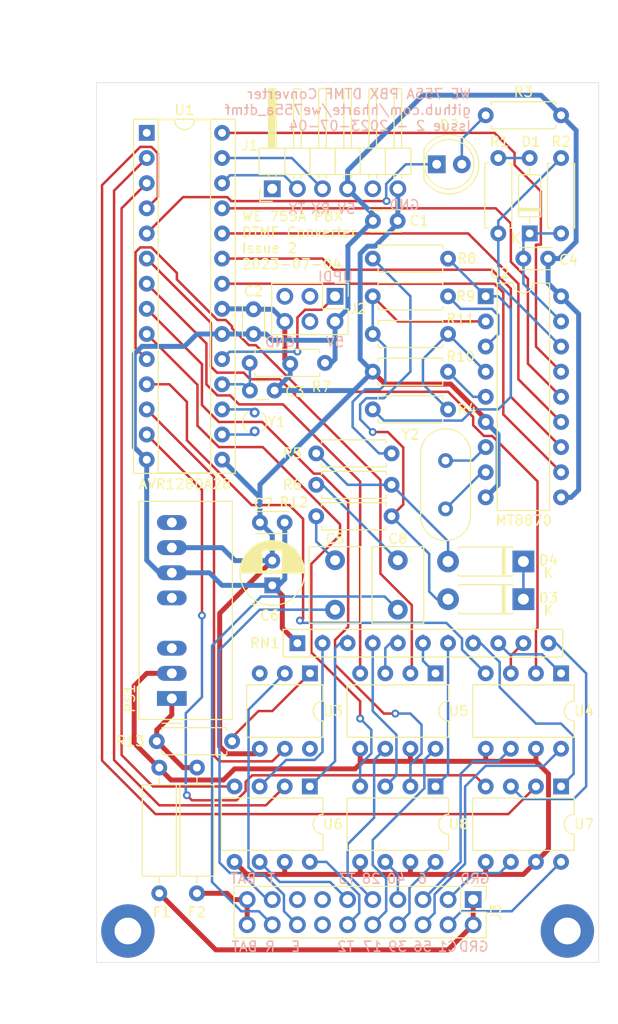
<source format=kicad_pcb>
(kicad_pcb (version 20240108) (generator "pcbnew") (generator_version "8.0")
  (title_block (title "WE 755A PBX DTMF Converter") (date "2023-07-04") (rev "2") (company "Howard M. Harte") (comment 1 "https://github.com/hharte/we755a_dtmf"))
  (layers (0 "F.Cu" signal) (31 "B.Cu" signal) (34 "B.Paste" user) (35 "F.Paste" user) (36 "B.SilkS" user "B.Silkscreen") (37 "F.SilkS" user "F.Silkscreen") (38 "B.Mask" user) (39 "F.Mask" user) (44 "Edge.Cuts" user))
  (net 0 "")
  (net 1 "GND")
  (net 2 "+5V")
  (net 3 "/TIP")
  (net 4 "/RING")
  (net 5 "/RESET#")
  (net 6 "/UPDI")
  (net 7 "/DTMF_StD")
  (net 8 "/DTMF_Q0")
  (net 9 "/DTMF_Q1")
  (net 10 "/DTMF_Q2")
  (net 11 "/DTMF_Q3")
  (net 12 "/TXD")
  (net 13 "/RXD")
  (net 14 "Net-(C8-Pad1)")
  (net 15 "Net-(C5-Pad1)")
  (net 16 "Net-(D3-K)")
  (net 17 "Net-(D1-K)")
  (net 19 "Net-(D1-A)")
  (net 21 "Net-(D2-A)")
  (net 22 "Net-(D3-A)")
  (net 23 "-BATT")
  (net 24 "/WE755A_B0")
  (net 25 "GNDPWR")
  (net 26 "/LINK_E")
  (net 27 "/LINK_T2")
  (net 28 "/LINK_T3")
  (net 29 "/LINK_1-7")
  (net 30 "/LINK_2-8")
  (net 31 "/LINK_3-9")
  (net 32 "/LINK_4-0")
  (net 33 "/LINK_5-6")
  (net 34 "/LINK_6")
  (net 35 "/LINK_C1")
  (net 36 "/LINK_SPARE")
  (net 37 "/WE755A_G0")
  (net 41 "Net-(U2-ESt)")
  (net 42 "Net-(U2-IN+)")
  (net 45 "Net-(U2-Vref)")
  (net 46 "Net-(U2-IN-)")
  (net 47 "Net-(U2-GS)")
  (net 48 "Net-(U2-INH)")
  (net 49 "Net-(R13-Pad2)")
  (net 51 "Net-(U1-PF0XTAL32K1)")
  (net 52 "Net-(RN1-R1)")
  (net 53 "Net-(RN1-R2)")
  (net 54 "Net-(RN1-R3)")
  (net 55 "Net-(RN1-R4)")
  (net 56 "Net-(RN1-R5)")
  (net 57 "Net-(RN1-R6)")
  (net 58 "Net-(RN1-R7)")
  (net 59 "Net-(RN1-R8)")
  (net 60 "Net-(RN1-R9)")
  (net 61 "Net-(U1-PF1XTAL32K2)")
  (net 62 "Net-(U2-OSC1)")
  (net 65 "/~{R_SPARE}")
  (net 66 "/~{D6}")
  (net 67 "/~{D5-6}")
  (net 68 "/~{D4-0}")
  (net 69 "/~{D3-9}")
  (net 70 "/~{D2-8}")
  (net 71 "/~{D1-7}")
  (net 72 "/~{STATUS_LED}")
  (net 73 "/~{C1}")
  (net 74 "/~{T3}")
  (net 75 "/~{T2}")
  (net 76 "Net-(U2-OSC2)")
  (net 77 "Net-(D4-A)")
  (net 78 "/~{LINK_ACTIVE}")
  (net 79 "Net-(RN1-R10)")
  (footprint "Package_DIP:DIP-6_W7.62mm" (layer "F.Cu") (at 54.61 82.55 -90)
    (property "Reference" "U3")
    (property "Value" "H11AA1")
  )
  (footprint "Resistor_THT:R_Axial_DIN0207_L6.3mm_D2.5mm_P7.62mm_Horizontal" (layer "F.Cu") (at 80.01 38.1 90)
    (property "Reference" "R2")
    (property "Value" "330K")
  )
  (footprint "Resistor_THT:R_Axial_DIN0207_L6.3mm_D2.5mm_P7.62mm_Horizontal" (layer "F.Cu") (at 73.66 30.48 -90)
    (property "Reference" "R1")
    (property "Value" "100K")
  )
  (footprint "Diode_THT:D_DO-35_SOD27_P7.62mm_Horizontal" (layer "F.Cu") (at 76.835 38.1 90)
    (property "Reference" "D1")
    (property "Value" "1N4148")
  )
  (footprint "Resistor_THT:R_Axial_DIN0309_L9.0mm_D3.2mm_P12.70mm_Horizontal" (layer "F.Cu") (at 43.18 92.075 -90)
    (property "Reference" "F2")
    (property "Value" "Fuse 630mA")
  )
  (footprint "Crystal:Crystal_HC49-U_Vertical" (layer "F.Cu") (at 68.326 61.05 -90)
    (property "Reference" "Y2")
    (property "Value" "3.579545MHZ")
  )
  (footprint "Converter_DCDC:Converter_DCDC_TRACO_TMR-xxxx_THT" (layer "F.Cu") (at 40.64 85.09 90)
    (property "Reference" "PS1")
    (property "Value" "SPBW06")
  )
  (footprint "Package_DIP:DIP-8_W7.62mm" (layer "F.Cu") (at 67.31 93.98 -90)
    (property "Reference" "U8")
    (property "Value" "LAA108")
  )
  (footprint "Resistor_THT:R_Axial_DIN0207_L6.3mm_D2.5mm_P7.62mm_Horizontal" (layer "F.Cu") (at 68.58 44.45 180)
    (property "Reference" "R9")
    (property "Value" "220K 1%")
  )
  (footprint "LED_THT:LED_D5.0mm" (layer "F.Cu") (at 67.432 31.115)
    (property "Reference" "D2")
    (property "Value" "LED")
  )
  (footprint "Resistor_THT:R_Axial_DIN0207_L6.3mm_D2.5mm_P7.62mm_Horizontal" (layer "F.Cu") (at 68.58 52.07 180)
    (property "Reference" "R10")
    (property "Value" "10K")
  )
  (footprint "Resistor_THT:R_Axial_DIN0207_L6.3mm_D2.5mm_P7.62mm_Horizontal" (layer "F.Cu") (at 62.865 66.675 180)
    (property "Reference" "R12")
    (property "Value" "110K 1%")
  )
  (footprint "Capacitor_THT:C_Disc_D3.0mm_W2.0mm_P2.50mm" (layer "F.Cu") (at 60.98 36.83)
    (property "Reference" "C1")
    (property "Value" "0.1uF")
  )
  (footprint "Resistor_THT:R_Axial_DIN0309_L9.0mm_D3.2mm_P12.70mm_Horizontal" (layer "F.Cu") (at 39.37 92.075 -90)
    (property "Reference" "F1")
    (property "Value" "Fuse 630mA")
  )
  (footprint "Crystal:Crystal_Round_D2.0mm_Vertical" (layer "F.Cu") (at 49.022 56.2 -90)
    (property "Reference" "Y1")
    (property "Value" "32.767KHz")
  )
  (footprint "Capacitor_THT:C_Disc_D7.5mm_W5.0mm_P5.00mm" (layer "F.Cu") (at 63.5 71.12 -90)
    (property "Reference" "C8")
    (property "Value" "0.01uF/630V")
  )
  (footprint "Package_DIP:DIP-8_W7.62mm" (layer "F.Cu") (at 67.31 82.55 -90)
    (property "Reference" "U5")
    (property "Value" "LAA108")
  )
  (footprint "Resistor_THT:R_Axial_DIN0207_L6.3mm_D2.5mm_P7.62mm_Horizontal" (layer "F.Cu") (at 68.58 40.64 180)
    (property "Reference" "R8")
    (property "Value" "110K 1%")
  )
  (footprint "Package_DIP:DIP-8_W7.62mm" (layer "F.Cu") (at 54.6 93.98 -90)
    (property "Reference" "U6")
    (property "Value" "LAA108")
  )
  (footprint "Capacitor_THT:C_Disc_D3.0mm_W1.6mm_P2.50mm" (layer "F.Cu") (at 48.534 53.975)
    (property "Reference" "C3")
    (property "Value" "0.01uF")
  )
  (footprint "Package_DIP:DIP-8_W7.62mm" (layer "F.Cu") (at 80.01 82.55 -90)
    (property "Reference" "U4")
    (property "Value" "LAA108")
  )
  (footprint "Resistor_THT:R_Axial_DIN0207_L6.3mm_D2.5mm_P7.62mm_Horizontal" (layer "F.Cu") (at 68.58 48.26 180)
    (property "Reference" "R11")
    (property "Value" "68.1K 1%")
  )
  (footprint "Connector_PinHeader_2.54mm:PinHeader_1x06_P2.54mm_Horizontal" (layer "F.Cu") (at 50.8 33.585 90)
    (property "Reference" "J1")
    (property "Value" "Conn_01x06_Male")
  )
  (footprint "Resistor_THT:R_Axial_DIN0207_L6.3mm_D2.5mm_P7.62mm_Horizontal" (layer "F.Cu") (at 72.39 26.162)
    (property "Reference" "R3")
    (property "Value" "220")
  )
  (footprint "Resistor_THT:R_Axial_DIN0207_L6.3mm_D2.5mm_P7.62mm_Horizontal" (layer "F.Cu") (at 62.865 60.325 180)
    (property "Reference" "R5")
    (property "Value" "110K 1%")
  )
  (footprint "Connector_PinHeader_2.54mm:PinHeader_2x10_P2.54mm_Vertical" (layer "F.Cu") (at 71.12 105.41 -90)
    (property "Reference" "J3")
    (property "Value" "Conn_02x10_Odd_Even")
  )
  (footprint "Capacitor_THT:CP_Radial_D6.3mm_P2.50mm" (layer "F.Cu") (at 50.8 73.66 90)
    (property "Reference" "C6")
    (property "Value" "10uF 25V")
  )
  (footprint "Resistor_THT:R_Axial_DIN0207_L6.3mm_D2.5mm_P7.62mm_Horizontal" (layer "F.Cu") (at 62.865 63.5 180)
    (property "Reference" "R6")
    (property "Value" "110K 1%")
  )
  (footprint "Resistor_THT:R_Axial_DIN0207_L6.3mm_D2.5mm_P7.62mm_Horizontal" (layer "F.Cu") (at 39.116 89.408)
    (property "Reference" "R13")
    (property "Value" "1.5K")
  )
  (footprint "Resistor_THT:R_Axial_DIN0207_L6.3mm_D2.5mm_P7.62mm_Horizontal" (layer "F.Cu") (at 56.134 51.181 180)
    (property "Reference" "R7")
    (property "Value" "4.7K")
  )
  (footprint "MountingHole:MountingHole_2.7mm_Pad" (layer "F.Cu") (at 36.195 108.585)
    (property "Reference" "H1" (hide yes))
    (property "Value" "MountingHole" (hide yes))
  )
  (footprint "Capacitor_THT:C_Disc_D3.0mm_W2.0mm_P2.50mm" (layer "F.Cu") (at 76.2 40.64)
    (property "Reference" "C4")
    (property "Value" "0.1uF")
  )
  (footprint "Package_DIP:DIP-8_W7.62mm" (layer "F.Cu") (at 80.01 93.98 -90)
    (property "Reference" "U7")
    (property "Value" "LAA108")
  )
  (footprint "MountingHole:MountingHole_2.7mm_Pad" (layer "F.Cu") (at 80.645 108.585)
    (property "Reference" "H2" (hide yes))
    (property "Value" "MountingHole")
  )
  (footprint "Diode_THT:D_DO-41_SOD81_P7.62mm_Horizontal" (layer "F.Cu") (at 76.2 71.247 180)
    (property "Reference" "D4")
    (property "Value" "1N4734A")
  )
  (footprint "Capacitor_THT:C_Disc_D7.5mm_W5.0mm_P5.00mm" (layer "F.Cu") (at 57.15 71.12 -90)
    (property "Reference" "C5")
    (property "Value" "0.01uF/630V")
  )
  (footprint "Package_DIP:DIP-18_W7.62mm" (layer "F.Cu") (at 72.39 44.45)
    (property "Reference" "U2")
    (property "Value" "MT8870")
  )
  (footprint "Resistor_THT:R_Array_SIP11" (layer "F.Cu") (at 53.34 79.502)
    (property "Reference" "RN1")
    (property "Value" "R_Network10_US")
  )
  (footprint "Connector_PinHeader_2.54mm:PinHeader_2x03_P2.54mm_Vertical" (layer "F.Cu") (at 57.15 44.45 -90)
    (property "Reference" "J2")
    (property "Value" "UPDI")
  )
  (footprint "Resistor_THT:R_Axial_DIN0207_L6.3mm_D2.5mm_P7.62mm_Horizontal" (layer "F.Cu") (at 60.96 55.88)
    (property "Reference" "R4")
    (property "Value" "52.3K 1%")
  )
  (footprint "Capacitor_THT:C_Disc_D3.0mm_W2.0mm_P2.50mm" (layer "F.Cu") (at 48.895 48.26 90)
    (property "Reference" "C2")
    (property "Value" "0.1uF")
  )
  (footprint "Package_DIP:DIP-28_W7.62mm_Socket" (layer "F.Cu") (at 38.1 27.94)
    (property "Reference" "U1")
    (property "Value" "AVR128DA28-I/SS")
  )
  (footprint "Capacitor_THT:C_Disc_D3.0mm_W2.0mm_P2.50mm" (layer "F.Cu") (at 52.05 67.31 180)
    (property "Reference" "C7")
    (property "Value" "0.1uF")
  )
  (footprint "Diode_THT:D_DO-41_SOD81_P7.62mm_Horizontal" (layer "F.Cu") (at 76.2 75.057 180)
    (property "Reference" "D3")
    (property "Value" "1N4734A")
  )
  (gr_line (start 33.02 111.76) (end 33.02 22.86) (stroke (width 0.05)) (layer "Edge.Cuts"))
  (gr_line (start 33.02 22.86) (end 83.82 22.86) (stroke (width 0.05)) (layer "Edge.Cuts"))
  (gr_line (start 83.82 22.86) (end 83.82 111.76) (stroke (width 0.05)) (layer "Edge.Cuts"))
  (gr_line (start 83.82 111.76) (end 33.02 111.76) (stroke (width 0.05)) (layer "Edge.Cuts"))
  (gr_text "TX" (at 54.229 36.195 0) (layer "B.SilkS") (effects (font (size 1 1)) (justify left bottom mirror)))
  (gr_text "RX" (at 56.769 36.195 0) (layer "B.SilkS") (effects (font (size 1 1)) (justify left bottom mirror)))
  (gr_text "BAT" (at 49.403 110.744 0) (layer "B.SilkS") (effects (font (size 1 1)) (justify left bottom mirror)))
  (gr_text "T" (at 51.181 103.886 0) (layer "B.SilkS") (effects (font (size 1 1)) (justify left bottom mirror)))
  (gr_text "5V" (at 59.309 36.195 0) (layer "B.SilkS") (effects (font (size 1 1)) (justify left bottom mirror)))
  (gr_text "BAT" (at 49.276 103.886 0) (layer "B.SilkS") (effects (font (size 1 1)) (justify left bottom mirror)))
  (gr_text "T2" (at 59.182 110.744 0) (layer "B.SilkS") (effects (font (size 1 1)) (justify left bottom mirror)))
  (gr_text "5V" (at 58.166 49.657 0) (layer "B.SilkS") (effects (font (size 1 1)) (justify left bottom mirror)))
  (gr_text "GRD" (at 72.898 103.886 0) (layer "B.SilkS") (effects (font (size 1 1)) (justify left bottom mirror)))
  (gr_text "T3" (at 59.309 103.886 0) (layer "B.SilkS") (effects (font (size 1 1)) (justify left bottom mirror)))
  (gr_text "GND" (at 53.213 49.657 0) (layer "B.SilkS") (effects (font (size 1 1)) (justify left bottom mirror)))
  (gr_text "17" (at 61.976 110.744 0) (layer "B.SilkS") (effects (font (size 1 1)) (justify left bottom mirror)))
  (gr_text "WE 755A PBX DTMF Converter\ngithub.com/hharte/we755a_dtmf\nIssue 2 - 2023-07-04" (at 70.993 27.813 0) (layer "B.SilkS") (effects (font (size 1 1)) (justify left bottom mirror)))
  (gr_text "E" (at 53.721 110.744 0) (layer "B.SilkS") (effects (font (size 1 1)) (justify left bottom mirror)))
  (gr_text "UPDI" (at 59.055 43.053 0) (layer "B.SilkS") (effects (font (size 1 1)) (justify left bottom mirror)))
  (gr_text "R" (at 51.181 110.744 0) (layer "B.SilkS") (effects (font (size 1 1)) (justify left bottom mirror)))
  (gr_text "GND" (at 65.786 35.814 0) (layer "B.SilkS") (effects (font (size 1 1)) (justify left bottom mirror)))
  (gr_text "56" (at 67.056 110.744 0) (layer "B.SilkS") (effects (font (size 1 1)) (justify left bottom mirror)))
  (gr_text "28" (at 61.849 103.886 0) (layer "B.SilkS") (effects (font (size 1 1)) (justify left bottom mirror)))
  (gr_text "39" (at 64.516 110.744 0) (layer "B.SilkS") (effects (font (size 1 1)) (justify left bottom mirror)))
  (gr_text "GRD" (at 72.771 110.744 0) (layer "B.SilkS") (effects (font (size 1 1)) (justify left bottom mirror)))
  (gr_text "C1" (at 69.596 110.744 0) (layer "B.SilkS") (effects (font (size 1 1)) (justify left bottom mirror)))
  (gr_text "40" (at 64.389 103.886 0) (layer "B.SilkS") (effects (font (size 1 1)) (justify left bottom mirror)))
  (gr_text "6" (at 66.548 103.886 0) (layer "B.SilkS") (effects (font (size 1 1)) (justify left bottom mirror)))
  (gr_text "AVR128DA28" (at 37.211 64.008 0) (layer "F.SilkS") (effects (font (size 1 1)) (justify left bottom)))
  (gr_text "MT8870" (at 73.279 67.691 0) (layer "F.SilkS") (effects (font (size 1 1)) (justify left bottom)))
  (gr_text "WE 755A PBX\nDTMF Converter\nIssue 2\n2023-07-04" (at 47.625 41.783 0) (layer "F.SilkS") (effects (font (size 1 1)) (justify left bottom)))
  (segment (start 45.4828 76.4772) (end 50.8 71.16) (width 0.5) (layer "F.Cu") (net 1))
  (segment (start 49.53 90.17) (end 49.022 90.678) (width 0.5) (layer "F.Cu") (net 1))
  (segment (start 52.07 50.8) (end 52.542595 51.272595) (width 0.5) (layer "F.Cu") (net 1))
  (segment (start 62.2132 53.3232) (end 60.96 52.07) (width 0.5) (layer "F.Cu") (net 1))
  (segment (start 72.39 57.15) (end 72.39 56.868151) (width 0.5) (layer "F.Cu") (net 1))
  (segment (start 46.233707 90.678) (end 45.4828 89.927093) (width 0.5) (layer "F.Cu") (net 1))
  (segment (start 52.542595 51.272595) (end 52.613405 51.272595) (width 0.5) (layer "F.Cu") (net 1))
  (segment (start 49.022 90.678) (end 46.233707 90.678) (width 0.5) (layer "F.Cu") (net 1))
  (segment (start 52.07 50.8) (end 52.07 46.99) (width 0.5) (layer "F.Cu") (net 1))
  (segment (start 72.39 56.868151) (end 68.845049 53.3232) (width 0.5) (layer "F.Cu") (net 1))
  (segment (start 45.4828 89.927093) (end 45.4828 76.4772) (width 0.5) (layer "F.Cu") (net 1))
  (segment (start 68.845049 53.3232) (end 62.2132 53.3232) (width 0.5) (layer "F.Cu") (net 1))
  (via (at 52.613405 51.272595) (size 1.6) (drill 0.8) (layers "F.Cu" "B.Cu") (net 1))
  (segment (start 50.8 68.56) (end 49.55 67.31) (width 0.5) (layer "B.Cu") (net 1))
  (segment (start 49.55 63.48) (end 59.055 53.975) (width 0.5) (layer "B.Cu") (net 1))
  (segment (start 49.55 64.79) (end 45.72 60.96) (width 0.5) (layer "B.Cu") (net 1))
  (segment (start 48.895 45.76) (end 50.84 45.76) (width 0.5) (layer "B.Cu") (net 1))
  (segment (start 59.055 53.975) (end 51.034 53.975) (width 0.5) (layer "B.Cu") (net 1))
  (segment (start 73.6432 63.5168) (end 72.39 64.77) (width 0.5) (layer "B.Cu") (net 1))
  (segment (start 63.5 33.585) (end 63.5 36.81) (width 0.5) (layer "B.Cu") (net 1))
  (segment (start 52.613405 51.272595) (end 52.613405 52.395595) (width 0.5) (layer "B.Cu") (net 1))
  (segment (start 45.72 69.85) (end 47.03 71.16) (width 0.5) (layer "B.Cu") (net 1))
  (segment (start 63.5 36.81) (end 63.48 36.83) (width 0.5) (layer "B.Cu") (net 1))
  (segment (start 59.69 40.137707) (end 60.440907 39.3868) (width 0.5) (layer "B.Cu") (net 1))
  (segment (start 50.8 71.16) (end 50.8 68.56) (width 0.5) (layer "B.Cu") (net 1))
  (segment (start 40.64 69.85) (end 45.72 69.85) (width 0.5) (layer "B.Cu") (net 1))
  (segment (start 60.440907 39.3868) (end 61.1972 39.3868) (width 0.5) (layer "B.Cu") (net 1))
  (segment (start 50.84 45.76) (end 52.07 46.99) (width 0.5) (layer "B.Cu") (net 1))
  (segment (start 48.855 45.72) (end 48.895 45.76) (width 0.5) (layer "B.Cu") (net 1))
  (segment (start 60.96 52.07) (end 59.69 50.8) (width 0.5) (layer "B.Cu") (net 1))
  (segment (start 60.96 52.07) (end 59.055 53.975) (width 0.5) (layer "B.Cu") (net 1))
  (segment (start 52.613405 52.395595) (end 51.034 53.975) (width 0.5) (layer "B.Cu") (net 1))
  (segment (start 49.55 67.31) (end 49.55 64.79) (width 0.5) (layer "B.Cu") (net 1))
  (segment (start 63.48 37.104) (end 63.48 36.83) (width 0.5) (layer "B.Cu") (net 1))
  (segment (start 47.03 71.16) (end 50.8 71.16) (width 0.5) (layer "B.Cu") (net 1))
  (segment (start 59.69 50.8) (end 59.69 40.137707) (width 0.5) (layer "B.Cu") (net 1))
  (segment (start 61.1972 39.3868) (end 63.48 37.104) (width 0.5) (layer "B.Cu") (net 1))
  (segment (start 73.6432 58.4032) (end 73.6432 63.5168) (width 0.5) (layer "B.Cu") (net 1))
  (segment (start 72.39 57.15) (end 73.6432 58.4032) (width 0.5) (layer "B.Cu") (net 1))
  (segment (start 49.55 64.79) (end 49.55 63.48) (width 0.5) (layer "B.Cu") (net 1))
  (segment (start 45.72 45.72) (end 48.855 45.72) (width 0.5) (layer "B.Cu") (net 1))
  (segment (start 51.816 77.978) (end 51.816 74.676) (width 0.5) (layer "F.Cu") (net 2))
  (segment (start 51.816 74.676) (end 50.8 73.66) (width 0.5) (layer "F.Cu") (net 2))
  (segment (start 53.34 79.502) (end 51.816 77.978) (width 0.5) (layer "F.Cu") (net 2))
  (segment (start 60.98 36.83) (end 60.98 36.145) (width 0.5) (layer "B.Cu") (net 2))
  (segment (start 37.614507 49.5132) (end 41.9268 49.5132) (width 0.5) (layer "B.Cu") (net 2))
  (segment (start 50.8 48.895) (end 57.15 48.895) (width 0.5) (layer "B.Cu") (net 2))
  (segment (start 44.45 72.39) (end 45.72 73.66) (width 0.5) (layer "B.Cu") (net 2))
  (segment (start 41.9268 49.5132) (end 43.18 48.26) (width 0.5) (layer "B.Cu") (net 2))
  (segment (start 48.895 48.26) (end 50.165 48.26) (width 0.5) (layer "B.Cu") (net 2))
  (segment (start 58.4532 45.6868) (end 58.4532 39.4032) (width 0.5) (layer "B.Cu") (net 2))
  (segment (start 81.534 38.93737) (end 81.534 27.686) (width 0.5) (layer "B.Cu") (net 2))
  (segment (start 57.15 48.895) (end 57.15 50.8) (width 0.5) (layer "B.Cu") (net 2))
  (segment (start 45.72 48.26) (end 48.895 48.26) (width 0.5) (layer "B.Cu") (net 2))
  (segment (start 78.7 40.64) (end 79.83137 40.64) (width 0.5) (layer "B.Cu") (net 2))
  (segment (start 51.435 73.66) (end 52.07 73.025) (width 0.5) (layer "B.Cu") (net 2))
  (segment (start 78.7 40.64) (end 78.7 43.14) (width 0.5) (layer "B.Cu") (net 2))
  (segment (start 50.8 73.66) (end 51.435 73.66) (width 0.5) (layer "B.Cu") (net 2))
  (segment (start 43.18 48.26) (end 45.72 48.26) (width 0.5) (layer "B.Cu") (net 2))
  (segment (start 56.769 51.181) (end 57.15 50.8) (width 0.5) (layer "B.Cu") (net 2))
  (segment (start 40.64 72.39) (end 44.45 72.39) (width 0.5) (layer "B.Cu") (net 2))
  (segment (start 45.72 73.66) (end 50.8 73.66) (width 0.5) (layer "B.Cu") (net 2))
  (segment (start 81.788 46.228) (end 80.01 44.45) (width 0.5) (layer "B.Cu") (net 2))
  (segment (start 80.01 64.77) (end 81.026 64.77) (width 0.5) (layer "B.Cu") (net 2))
  (segment (start 81.026 64.77) (end 81.788 64.008) (width 0.5) (layer "B.Cu") (net 2))
  (segment (start 36.8468 50.280907) (end 37.614507 49.5132) (width 0.5) (layer "B.Cu") (net 2))
  (segment (start 81.788 64.008) (end 81.788 46.228) (width 0.5) (layer "B.Cu") (net 2))
  (segment (start 79.83137 40.64) (end 81.534 38.93737) (width 0.5) (layer "B.Cu") (net 2))
  (segment (start 81.534 27.686) (end 77.978 24.13) (width 0.5) (layer "B.Cu") (net 2))
  (segment (start 36.8468 59.7068) (end 36.8468 50.280907) (width 0.5) (layer "B.Cu") (net 2))
  (segment (start 58.4532 39.4032) (end 58.43 39.38) (width 0.5) (layer "B.Cu") (net 2))
  (segment (start 66.04 24.13) (end 58.42 31.75) (width 0.5) (layer "B.Cu") (net 2))
  (segment (start 50.165 48.26) (end 50.8 48.895) (width 0.5) (layer "B.Cu") (net 2))
  (segment (start 38.1 60.96) (end 36.8468 59.7068) (width 0.5) (layer "B.Cu") (net 2))
  (segment (start 60.98 36.83) (end 58.43 39.38) (width 0.5) (layer "B.Cu") (net 2))
  (segment (start 52.05 67.31) (end 52.07 67.33) (width 0.5) (layer "B.Cu") (net 2))
  (segment (start 58.42 31.75) (end 58.42 33.585) (width 0.5) (layer "B.Cu") (net 2))
  (segment (start 60.98 36.145) (end 58.42 33.585) (width 0.5) (layer "B.Cu") (net 2))
  (segment (start 38.1 71.12) (end 38.1 60.96) (width 0.5) (layer "B.Cu") (net 2))
  (segment (start 57.15 46.99) (end 58.4532 45.6868) (width 0.5) (layer "B.Cu") (net 2))
  (segment (start 56.134 51.181) (end 56.769 51.181) (width 0.5) (layer "B.Cu") (net 2))
  (segment (start 40.64 72.39) (end 39.37 72.39) (width 0.5) (layer "B.Cu") (net 2))
  (segment (start 52.07 67.33) (end 52.07 73.025) (width 0.5) (layer "B.Cu") (net 2))
  (segment (start 78.7 43.14) (end 80.01 44.45) (width 0.5) (layer "B.Cu") (net 2))
  (segment (start 57.15 48.895) (end 57.15 46.99) (width 0.5) (layer "B.Cu") (net 2))
  (segment (start 39.37 72.39) (end 38.1 71.12) (width 0.5) (layer "B.Cu") (net 2))
  (segment (start 77.978 24.13) (end 66.04 24.13) (width 0.5) (layer "B.Cu") (net 2))
  (segment (start 57.15 76.12) (end 49.53 76.12) (width 0.25) (layer "B.Cu") (net 3))
  (segment (start 45.466 101.681516) (end 46.512684 102.7282) (width 0.25) (layer "B.Cu") (net 3))
  (segment (start 46.512684 102.7282) (end 47.6102 102.7282) (width 0.25) (layer "B.Cu") (net 3))
  (segment (start 49.53 76.12) (end 45.466 80.184) (width 0.25) (layer "B.Cu") (net 3))
  (segment (start 50.292 105.41) (end 50.8 105.41) (width 0.25) (layer "B.Cu") (net 3))
  (segment (start 47.6102 102.7282) (end 50.292 105.41) (width 0.25) (layer "B.Cu") (net 3))
  (segment (start 45.466 80.184) (end 45.466 101.681516) (width 0.25) (layer "B.Cu") (net 3))
  (segment (start 47.6602 106.5882) (end 44.704 103.632) (width 0.25) (layer "B.Cu") (net 4))
  (segment (start 50.8 107.95) (end 49.4382 106.5882) (width 0.25) (layer "B.Cu") (net 4))
  (segment (start 62.1682 74.7882) (end 63.5 76.12) (width 0.25) (layer "B.Cu") (net 4))
  (segment (start 49.6718 74.7882) (end 62.1682 74.7882) (width 0.25) (layer "B.Cu") (net 4))
  (segment (start 44.704 79.756) (end 49.6718 74.7882) (width 0.25) (layer "B.Cu") (net 4))
  (segment (start 49.4382 106.5882) (end 47.6602 106.5882) (width 0.25) (layer "B.Cu") (net 4))
  (segment (start 44.704 103.632) (end 44.704 79.756) (width 0.25) (layer "B.Cu") (net 4))
  (segment (start 48.534 51.201) (end 48.514 51.181) (width 0.25) (layer "B.Cu") (net 5))
  (segment (start 48.534 53.975) (end 48.534 51.201) (width 0.25) (layer "B.Cu") (net 5))
  (segment (start 47.899 53.34) (end 48.534 53.975) (width 0.25) (layer "B.Cu") (net 5))
  (segment (start 45.72 53.34) (end 47.899 53.34) (width 0.25) (layer "B.Cu") (net 5))
  (segment (start 53.34 50.038) (end 53.34 46.593773) (width 0.25) (layer "F.Cu") (net 6))
  (segment (start 53.34 46.593773) (end 54.121973 45.8118) (width 0.25) (layer "F.Cu") (net 6))
  (segment (start 55.7882 45.8118) (end 57.15 44.45) (width 0.25) (layer "F.Cu") (net 6))
  (segment (start 54.121973 45.8118) (end 55.7882 45.8118) (width 0.25) (layer "F.Cu") (net 6))
  (via (at 53.34 50.038) (size 0.8) (drill 0.4) (layers "F.Cu" "B.Cu") (net 6))
  (segment (start 53.3252 50.0528) (end 46.4672 50.0528) (width 0.25) (layer "B.Cu") (net 6))
  (segment (start 53.34 50.038) (end 53.3252 50.0528) (width 0.25) (layer "B.Cu") (net 6))
  (segment (start 46.4672 50.0528) (end 45.72 50.8) (width 0.25) (layer "B.Cu") (net 6))
  (segment (start 77.47 39.2282) (end 77.9632 39.2282) (width 0.25) (layer "F.Cu") (net 7))
  (segment (start 77.9632 33.838716) (end 75.311 31.186516) (width 0.25) (layer "F.Cu") (net 7))
  (segment (start 75.311 29.972) (end 73.279 27.94) (width 0.25) (layer "F.Cu") (net 7))
  (segment (start 80.01 52.07) (end 77.47 49.53) (width 0.25) (layer "F.Cu") (net 7))
  (segment (start 75.311 31.186516) (end 75.311 29.972) (width 0.25) (layer "F.Cu") (net 7))
  (segment (start 73.279 27.94) (end 45.72 27.94) (width 0.25) (layer "F.Cu") (net 7))
  (segment (start 77.47 49.53) (end 77.47 39.2282) (width 0.25) (layer "F.Cu") (net 7))
  (segment (start 77.9632 39.2282) (end 77.9632 33.838716) (width 0.25) (layer "F.Cu") (net 7))
  (segment (start 73.273078 43.18) (end 74.168 44.074922) (width 0.25) (layer "F.Cu") (net 8))
  (segment (start 45.72 43.18) (end 73.273078 43.18) (width 0.25) (layer "F.Cu") (net 8))
  (segment (start 74.168 56.388) (end 80.01 62.23) (width 0.25) (layer "F.Cu") (net 8))
  (segment (start 74.168 44.074922) (end 74.168 56.388) (width 0.25) (layer "F.Cu") (net 8))
  (segment (start 74.93 54.61) (end 74.93 43.688) (width 0.25) (layer "F.Cu") (net 9))
  (segment (start 55.88 40.64) (end 45.72 40.64) (width 0.25) (layer "F.Cu") (net 9))
  (segment (start 74.93 43.688) (end 73.0102 41.7682) (width 0.25) (layer "F.Cu") (net 9))
  (segment (start 57.0082 41.7682) (end 55.88 40.64) (width 0.25) (layer "F.Cu") (net 9))
  (segment (start 80.01 59.69) (end 74.93 54.61) (width 0.25) (layer "F.Cu") (net 9))
  (segment (start 73.0102 41.7682) (end 57.0082 41.7682) (width 0.25) (layer "F.Cu") (net 9))
  (segment (start 75.692 52.832) (end 75.692 43.18) (width 0.25) (layer "F.Cu") (net 10))
  (segment (start 70.612 38.1) (end 45.72 38.1) (width 0.25) (layer "F.Cu") (net 10))
  (segment (start 80.01 57.15) (end 75.692 52.832) (width 0.25) (layer "F.Cu") (net 10))
  (segment (start 75.692 43.18) (end 70.612 38.1) (width 0.25) (layer "F.Cu") (net 10))
  (segment (start 74.93 40.965516) (end 74.93 37.084) (width 0.25) (layer "F.Cu") (net 11))
  (segment (start 76.6532 42.688716) (end 74.93 40.965516) (width 0.25) (layer "F.Cu") (net 11))
  (segment (start 76.6532 51.2532) (end 76.6532 42.688716) (width 0.25) (layer "F.Cu") (net 11))
  (segment (start 80.01 54.61) (end 76.6532 51.2532) (width 0.25) (layer "F.Cu") (net 11))
  (segment (start 74.93 37.084) (end 73.406 35.56) (width 0.25) (layer "F.Cu") (net 11))
  (segment (start 73.406 35.56) (end 45.72 35.56) (width 0.25) (layer "F.Cu") (net 11))
  (segment (start 51.975001 32.220001) (end 53.34 33.585) (width 0.25) (layer "B.Cu") (net 12))
  (segment (start 45.72 33.02) (end 46.519999 32.220001) (width 0.25) (layer "B.Cu") (net 12))
  (segment (start 46.519999 32.220001) (end 51.975001 32.220001) (width 0.25) (layer "B.Cu") (net 12))
  (segment (start 52.775 30.48) (end 55.88 33.585) (width 0.25) (layer "B.Cu") (net 13))
  (segment (start 45.72 30.48) (end 52.775 30.48) (width 0.25) (layer "B.Cu") (net 13))
  (segment (start 55.88 63.5) (end 55.245 63.5) (width 0.25) (layer "B.Cu") (net 14))
  (segment (start 63.5 71.12) (end 55.88 63.5) (width 0.25) (layer "B.Cu") (net 14))
  (segment (start 57.15 71.12) (end 55.245 69.215) (width 0.25) (layer "B.Cu") (net 15))
  (segment (start 55.245 69.215) (end 55.245 66.675) (width 0.25) (layer "B.Cu") (net 15))
  (segment (start 76.2 71.247) (end 76.2 75.057) (width 0.25) (layer "B.Cu") (net 16))
  (segment (start 76.835 38.1) (end 80.01 38.1) (width 0.25) (layer "B.Cu") (net 17))
  (segment (start 80.01 46.99) (end 76.2 43.18) (width 0.25) (layer "B.Cu") (net 17))
  (segment (start 76.2 38.735) (end 76.835 38.1) (width 0.25) (layer "B.Cu") (net 17))
  (segment (start 76.2 43.18) (end 76.2 40.64) (width 0.25) (layer "B.Cu") (net 17))
  (segment (start 76.2 40.64) (end 76.2 38.735) (width 0.25) (layer "B.Cu") (net 17))
  (segment (start 73.66 30.48) (end 76.835 30.48) (width 0.25) (layer "B.Cu") (net 19))
  (segment (start 69.972 30.48) (end 69.972 28.58) (width 0.25) (layer "B.Cu") (net 21))
  (segment (start 69.972 28.58) (end 72.39 26.162) (width 0.25) (layer "B.Cu") (net 21))
  (segment (start 64.050159 59.732159) (end 62.484 58.166) (width 0.25) (layer "F.Cu") (net 22))
  (segment (start 62.865 66.675) (end 64.050159 65.489841) (width 0.25) (layer "F.Cu") (net 22))
  (segment (start 64.050159 65.489841) (end 64.050159 59.732159) (width 0.25) (layer "F.Cu") (net 22))
  (segment (start 62.484 58.166) (end 60.96 58.166) (width 0.25) (layer "F.Cu") (net 22))
  (via (at 60.96 58.166) (size 0.8) (drill 0.4) (layers "F.Cu" "B.Cu") (net 22))
  (segment (start 64.77 44.45) (end 64.77 52.07) (width 0.25) (layer "B.Cu") (net 22))
  (segment (start 59.69 55.372) (end 59.69 56.896) (width 0.25) (layer "B.Cu") (net 22))
  (segment (start 62.0882 54.7518) (end 60.3102 54.7518) (width 0.25) (layer "B.Cu") (net 22))
  (segment (start 66.675 74.295) (end 67.437 75.057) (width 0.25) (layer "B.Cu") (net 22))
  (segment (start 60.96 40.64) (end 64.77 44.45) (width 0.25) (layer "B.Cu") (net 22))
  (segment (start 62.865 66.675) (end 66.675 70.485) (width 0.25) (layer "B.Cu") (net 22))
  (segment (start 66.675 70.485) (end 66.675 74.295) (width 0.25) (layer "B.Cu") (net 22))
  (segment (start 67.437 75.057) (end 68.58 75.057) (width 0.25) (layer "B.Cu") (net 22))
  (segment (start 60.3102 54.7518) (end 59.69 55.372) (width 0.25) (layer "B.Cu") (net 22))
  (segment (start 64.77 52.07) (end 62.0882 54.7518) (width 0.25) (layer "B.Cu") (net 22))
  (segment (start 59.69 56.896) (end 60.96 58.166) (width 0.25) (layer "B.Cu") (net 22))
  (segment (start 43.18 92.075) (end 41.783 92.075) (width 0.5) (layer "F.Cu") (net 23))
  (segment (start 39.116 89.408) (end 39.116 88.265) (width 0.5) (layer "F.Cu") (net 23))
  (segment (start 39.116 88.265) (end 40.64 86.741) (width 0.5) (layer "F.Cu") (net 23))
  (segment (start 40.64 86.741) (end 40.64 85.09) (width 0.5) (layer "F.Cu") (net 23))
  (segment (start 41.783 92.075) (end 39.116 89.408) (width 0.5) (layer "F.Cu") (net 23))
  (segment (start 46.228 104.775) (end 46.863 105.41) (width 0.5) (layer "F.Cu") (net 24))
  (segment (start 43.18 104.775) (end 46.228 104.775) (width 0.5) (layer "F.Cu") (net 24))
  (segment (start 46.863 105.41) (end 48.26 105.41) (width 0.5) (layer "F.Cu") (net 24))
  (segment (start 48.26 105.41) (end 48.26 107.95) (width 0.5) (layer "F.Cu") (net 24))
  (segment (start 76.2 102.87) (end 77.47 101.6) (width 0.5) (layer "F.Cu") (net 25))
  (segment (start 36.83 89.5985) (end 40.5597 93.3282) (width 0.5) (layer "F.Cu") (net 25))
  (segment (start 72.39 90.17) (end 72.39 91.44) (width 0.5) (layer "F.Cu") (net 25))
  (segment (start 38.1 82.55) (end 36.83 83.82) (width 0.5) (layer "F.Cu") (net 25))
  (segment (start 52.07 102.87) (end 59.69 102.87) (width 0.5) (layer "F.Cu") (net 25))
  (segment (start 77.47 90.17) (end 77.47 91.44) (width 0.5) (layer "F.Cu") (net 25))
  (segment (start 59.69 101.6) (end 59.69 102.87) (width 0.5) (layer "F.Cu") (net 25))
  (segment (start 46.98 101.6) (end 48.25 102.87) (width 0.5) (layer "F.Cu") (net 25))
  (segment (start 45.859507 93.3282) (end 46.985707 92.202) (width 0.5) (layer "F.Cu") (net 25))
  (segment (start 64.77 101.6) (end 64.77 102.87) (width 0.5) (layer "F.Cu") (net 25))
  (segment (start 59.944 91.44) (end 59.69 91.44) (width 0.5) (layer "F.Cu") (net 25))
  (segment (start 48.25 102.87) (end 52.07 102.87) (width 0.5) (layer "F.Cu") (net 25))
  (segment (start 59.69 91.44) (end 59.69 90.17) (width 0.5) (layer "F.Cu") (net 25))
  (segment (start 40.64 82.55) (end 38.1 82.55) (width 0.5) (layer "F.Cu") (net 25))
  (segment (start 72.39 102.87) (end 76.2 102.87) (width 0.5) (layer "F.Cu") (net 25))
  (segment (start 77.47 101.6) (end 78.74 100.33) (width 0.5) (layer "F.Cu") (net 25))
  (segment (start 59.69 102.87) (end 64.77 102.87) (width 0.5) (layer "F.Cu") (net 25))
  (segment (start 72.39 101.6) (end 72.39 102.87) (width 0.5) (layer "F.Cu") (net 25))
  (segment (start 40.5597 93.3282) (end 45.859507 93.3282) (width 0.5) (layer "F.Cu") (net 25))
  (segment (start 64.77 102.87) (end 72.39 102.87) (width 0.5) (layer "F.Cu") (net 25))
  (segment (start 64.77 91.44) (end 59.944 91.44) (width 0.5) (layer "F.Cu") (net 25))
  (segment (start 64.77 90.17) (end 64.77 91.44) (width 0.5) (layer "F.Cu") (net 25))
  (segment (start 78.74 92.71) (end 77.47 91.44) (width 0.5) (layer "F.Cu") (net 25))
  (segment (start 36.83 83.82) (end 36.83 89.5985) (width 0.5) (layer "F.Cu") (net 25))
  (segment (start 52.06 102.86) (end 52.07 102.87) (width 0.5) (layer "F.Cu") (net 25))
  (segment (start 77.47 91.44) (end 72.39 91.44) (width 0.5) (layer "F.Cu") (net 25))
  (segment (start 78.74 100.33) (end 78.74 92.71) (width 0.5) (layer "F.Cu") (net 25))
  (segment (start 52.06 101.6) (end 52.06 102.86) (width 0.5) (layer "F.Cu") (net 25))
  (segment (start 46.985707 92.202) (end 59.182 92.202) (width 0.5) (layer "F.Cu") (net 25))
  (segment (start 72.39 91.44) (end 64.77 91.44) (width 0.5) (layer "F.Cu") (net 25))
  (segment (start 59.182 92.202) (end 59.944 91.44) (width 0.5) (layer "F.Cu") (net 25))
  (segment (start 52.07 82.55) (end 48.4018 86.2182) (width 0.25) (layer "B.Cu") (net 26))
  (segment (start 51.9782 104.921973) (end 49.926227 102.87) (width 0.25) (layer "B.Cu") (net 26))
  (segment (start 53.34 107.95) (end 51.9782 106.5882) (width 0.25) (layer "B.Cu") (net 26))
  (segment (start 48.3918 102.1376) (end 48.3918 93.3402) (width 0.25) (layer "B.Cu") (net 26))
  (segment (start 51.9782 106.5882) (end 51.9782 104.921973) (width 0.25) (layer "B.Cu") (net 26))
  (segment (start 48.4018 86.2182) (end 48.4018 93.3302) (width 0.25) (layer "B.Cu") (net 26))
  (segment (start 49.1242 102.87) (end 48.3918 102.1376) (width 0.25) (layer "B.Cu") (net 26))
  (segment (start 49.926227 102.87) (end 49.1242 102.87) (width 0.25) (layer "B.Cu") (net 26))
  (segment (start 56.276227 101.6) (end 54.6 101.6) (width 0.25) (layer "B.Cu") (net 27))
  (segment (start 59.5982 106.7718) (end 59.5982 104.921973) (width 0.25) (layer "B.Cu") (net 27))
  (segment (start 59.5982 104.921973) (end 56.276227 101.6) (width 0.25) (layer "B.Cu") (net 27))
  (segment (start 58.42 107.95) (end 59.5982 106.7718) (width 0.25) (layer "B.Cu") (net 27))
  (segment (start 58.42 105.41) (end 56.642 103.632) (width 0.25) (layer "B.Cu") (net 28))
  (segment (start 51.552 103.632) (end 49.52 101.6) (width 0.25) (layer "B.Cu") (net 28))
  (segment (start 56.642 103.632) (end 51.552 103.632) (width 0.25) (layer "B.Cu") (net 28))
  (segment (start 60.96 99.385516) (end 66.1818 94.163716) (width 0.25) (layer "B.Cu") (net 29))
  (segment (start 60.96 101.925516) (end 60.96 99.385516) (width 0.25) (layer "B.Cu") (net 29))
  (segment (start 66.1818 94.163716) (end 66.1818 91.2982) (width 0.25) (layer "B.Cu") (net 29))
  (segment (start 62.3218 103.287316) (end 60.96 101.925516) (width 0.25) (layer "B.Cu") (net 29))
  (segment (start 60.96 107.95) (end 62.3218 106.5882) (width 0.25) (layer "B.Cu") (net 29))
  (segment (start 62.3218 106.5882) (end 62.3218 103.287316) (width 0.25) (layer "B.Cu") (net 29))
  (segment (start 66.1818 91.2982) (end 67.31 90.17) (width 0.25) (layer "B.Cu") (net 29))
  (segment (start 58.42 99.822) (end 61.1018 97.1402) (width 0.25) (layer "B.Cu") (net 30))
  (segment (start 60.96 105.41) (end 58.42 102.87) (width 0.25) (layer "B.Cu") (net 30))
  (segment (start 58.42 102.87) (end 58.42 99.822) (width 0.25) (layer "B.Cu") (net 30))
  (segment (start 61.1018 91.2982) (end 62.23 90.17) (width 0.25) (layer "B.Cu") (net 30))
  (segment (start 61.1018 97.1402) (end 61.1018 91.2982) (width 0.25) (layer "B.Cu") (net 30))
  (segment (start 64.6782 106.7718) (end 64.6782 104.2318) (width 0.25) (layer "B.Cu") (net 31))
  (segment (start 64.6782 104.2318) (end 67.31 101.6) (width 0.25) (layer "B.Cu") (net 31))
  (segment (start 63.5 107.95) (end 64.6782 106.7718) (width 0.25) (layer "B.Cu") (net 31))
  (segment (start 63.5 105.41) (end 63.5 102.87) (width 0.25) (layer "B.Cu") (net 32))
  (segment (start 63.5 102.87) (end 62.23 101.6) (width 0.25) (layer "B.Cu") (net 32))
  (segment (start 70.3032 93.98) (end 72.39 91.8932) (width 0.25) (layer "B.Cu") (net 33))
  (segment (start 78.2868 91.8932) (end 80.01 90.17) (width 0.25) (layer "B.Cu") (net 33))
  (segment (start 67.2182 104.872722) (end 70.3032 101.787722) (width 0.25) (layer "B.Cu") (net 33))
  (segment (start 67.2182 106.7718) (end 67.2182 104.872722) (width 0.25) (layer "B.Cu") (net 33))
  (segment (start 72.39 91.8932) (end 78.2868 91.8932) (width 0.25) (layer "B.Cu") (net 33))
  (segment (start 66.04 107.95) (end 67.2182 106.7718) (width 0.25) (layer "B.Cu") (net 33))
  (segment (start 70.3032 101.787722) (end 70.3032 93.98) (width 0.25) (layer "B.Cu") (net 33))
  (segment (start 69.85 92.71) (end 71.12 91.44) (width 0.25) (layer "B.Cu") (net 34))
  (segment (start 69.85 101.6) (end 69.85 92.71) (width 0.25) (layer "B.Cu") (net 34))
  (segment (start 71.12 91.44) (end 73.66 91.44) (width 0.25) (layer "B.Cu") (net 34))
  (segment (start 66.04 105.41) (end 69.85 101.6) (width 0.25) (layer "B.Cu") (net 34))
  (segment (start 73.66 91.44) (end 74.93 90.17) (width 0.25) (layer "B.Cu") (net 34))
  (segment (start 68.58 107.95) (end 69.9418 106.5882) (width 0.25) (layer "B.Cu") (net 35))
  (segment (start 69.9418 106.5882) (end 75.0218 106.5882) (width 0.25) (layer "B.Cu") (net 35))
  (segment (start 75.0218 106.5882) (end 80.01 101.6) (width 0.25) (layer "B.Cu") (net 35))
  (segment (start 68.58 105.41) (end 71.2618 102.7282) (width 0.25) (layer "B.Cu") (net 36))
  (segment (start 73.8018 102.7282) (end 74.93 101.6) (width 0.25) (layer "B.Cu") (net 36))
  (segment (start 71.2618 102.7282) (end 73.8018 102.7282) (width 0.25) (layer "B.Cu") (net 36))
  (segment (start 39.37 104.775) (end 45.085 110.49) (width 0.5) (layer "F.Cu") (net 37))
  (segment (start 68.58 110.49) (end 71.12 107.95) (width 0.5) (layer "F.Cu") (net 37))
  (segment (start 45.085 110.49) (end 68.58 110.49) (width 0.5) (layer "F.Cu") (net 37))
  (segment (start 71.12 105.41) (end 71.12 107.95) (width 0.5) (layer "F.Cu") (net 37))
  (segment (start 73.66 36.83) (end 73.66 43.18) (width 0.25) (layer "B.Cu") (net 41))
  (segment (start 80.01 30.48) (end 73.66 36.83) (width 0.25) (layer "B.Cu") (net 41))
  (segment (start 73.66 43.18) (end 80.01 49.53) (width 0.25) (layer "B.Cu") (net 41))
  (segment (start 73.66 44.45) (end 72.39 44.45) (width 0.25) (layer "B.Cu") (net 42))
  (segment (start 60.96 55.88) (end 62.0882 57.0082) (width 0.25) (layer "B.Cu") (net 42))
  (segment (start 74.93 54.61) (end 74.93 45.72) (width 0.25) (layer "B.Cu") (net 42))
  (segment (start 69.9918 57.0082) (end 71.12 55.88) (width 0.25) (layer "B.Cu") (net 42))
  (segment (start 73.66 55.88) (end 74.93 54.61) (width 0.25) (layer "B.Cu") (net 42))
  (segment (start 71.12 55.88) (end 73.66 55.88) (width 0.25) (layer "B.Cu") (net 42))
  (segment (start 62.0882 57.0082) (end 69.9918 57.0082) (width 0.25) (layer "B.Cu") (net 42))
  (segment (start 72.39 44.45) (end 68.58 40.64) (width 0.25) (layer "B.Cu") (net 42))
  (segment (start 74.93 45.72) (end 73.66 44.45) (width 0.25) (layer "B.Cu") (net 42))
  (segment (start 68.58 48.26) (end 66.04 50.8) (width 0.25) (layer "B.Cu") (net 45))
  (segment (start 72.39 52.07) (end 68.58 48.26) (width 0.25) (layer "B.Cu") (net 45))
  (segment (start 66.04 53.34) (end 68.58 55.88) (width 0.25) (layer "B.Cu") (net 45))
  (segment (start 66.04 50.8) (end 66.04 53.34) (width 0.25) (layer "B.Cu") (net 45))
  (segment (start 72.39 46.99) (end 63.5 46.99) (width 0.25) (layer "F.Cu") (net 46))
  (segment (start 63.5 46.99) (end 60.96 44.45) (width 0.25) (layer "F.Cu") (net 46))
  (segment (start 62.23 49.53) (end 60.96 48.26) (width 0.25) (layer "B.Cu") (net 46))
  (segment (start 58.928 55.118) (end 60.198 53.848) (width 0.25) (layer "B.Cu") (net 46))
  (segment (start 58.928 57.658) (end 58.928 55.118) (width 0.25) (layer "B.Cu") (net 46))
  (segment (start 62.865 60.325) (end 61.595 60.325) (width 0.25) (layer "B.Cu") (net 46))
  (segment (start 60.96 48.26) (end 60.96 44.45) (width 0.25) (layer "B.Cu") (net 46))
  (segment (start 61.595 60.325) (end 58.928 57.658) (width 0.25) (layer "B.Cu") (net 46))
  (segment (start 60.198 53.848) (end 61.722 53.848) (width 0.25) (layer "B.Cu") (net 46))
  (segment (start 61.722 53.848) (end 62.23 53.34) (width 0.25) (layer "B.Cu") (net 46))
  (segment (start 62.23 53.34) (end 62.23 49.53) (width 0.25) (layer "B.Cu") (net 46))
  (segment (start 73.66 46.360922) (end 73.019078 45.72) (width 0.25) (layer "B.Cu") (net 47))
  (segment (start 73.019078 45.72) (end 69.85 45.72) (width 0.25) (layer "B.Cu") (net 47))
  (segment (start 73.66 48.26) (end 73.66 46.360922) (width 0.25) (layer "B.Cu") (net 47))
  (segment (start 72.39 49.53) (end 73.66 48.26) (width 0.25) (layer "B.Cu") (net 47))
  (segment (start 69.85 45.72) (end 68.58 44.45) (width 0.25) (layer "B.Cu") (net 47))
  (segment (start 71.12 54.61) (end 68.58 52.07) (width 0.25) (layer "B.Cu") (net 48))
  (segment (start 72.39 54.61) (end 71.12 54.61) (width 0.25) (layer "B.Cu") (net 48))
  (segment (start 49.403 86.36) (end 50.8 86.36) (width 0.25) (layer "F.Cu") (net 49))
  (segment (start 50.8 86.36) (end 54.61 82.55) (width 0.25) (layer "F.Cu") (net 49))
  (segment (start 46.863 88.9) (end 49.403 86.36) (width 0.25) (layer "F.Cu") (net 49))
  (segment (start 48.702 58.42) (end 49.022 58.1) (width 0.25) (layer "B.Cu") (net 51))
  (segment (start 45.72 58.42) (end 48.702 58.42) (width 0.25) (layer "B.Cu") (net 51))
  (segment (start 49.52 93.98) (end 52.2018 91.2982) (width 0.25) (layer "B.Cu") (net 52))
  (segment (start 52.2018 91.2982) (end 55.077316 91.2982) (width 0.25) (layer "B.Cu") (net 52))
  (segment (start 55.077316 91.2982) (end 55.88 90.495516) (width 0.25) (layer "B.Cu") (net 52))
  (segment (start 55.88 90.495516) (end 55.88 78.74) (width 0.25) (layer "B.Cu") (net 52))
  (segment (start 57.15 80.01) (end 58.42 78.74) (width 0.25) (layer "B.Cu") (net 53))
  (segment (start 57.15 91.43) (end 57.15 80.01) (width 0.25) (layer "B.Cu") (net 53))
  (segment (start 54.6 93.98) (end 57.15 91.43) (width 0.25) (layer "B.Cu") (net 53))
  (segment (start 63.3582 92.8518) (end 63.3582 88.7582) (width 0.25) (layer "B.Cu") (net 54))
  (segment (start 62.23 93.98) (end 63.3582 92.8518) (width 0.25) (layer "B.Cu") (net 54))
  (segment (start 63.3582 88.7582) (end 60.96 86.36) (width 0.25) (layer "B.Cu") (net 54))
  (segment (start 60.96 86.36) (end 60.96 78.74) (width 0.25) (layer "B.Cu") (net 54))
  (segment (start 62.23 80.01) (end 63.5 78.74) (width 0.25) (layer "B.Cu") (net 55))
  (segment (start 62.23 82.55) (end 62.23 80.01) (width 0.25) (layer "B.Cu") (net 55))
  (segment (start 66.04 81.28) (end 67.31 82.55) (width 0.25) (layer "B.Cu") (net 56))
  (segment (start 66.04 78.74) (end 66.04 81.28) (width 0.25) (layer "B.Cu") (net 56))
  (segment (start 68.58 92.71) (end 68.58 78.74) (width 0.25) (layer "B.Cu") (net 57))
  (segment (start 67.31 93.98) (end 68.58 92.71) (width 0.25) (layer "B.Cu") (net 57))
  (segment (start 73.8018 83.9618) (end 77.47 87.63) (width 0.25) (layer "B.Cu") (net 58))
  (segment (start 80.01 87.63) (end 81.28 88.9) (width 0.25) (layer "B.Cu") (net 58))
  (segment (start 73.8018 81.4218) (end 73.8018 83.9618) (width 0.25) (layer "B.Cu") (net 58))
  (segment (start 81.28 92.71) (end 80.01 93.98) (width 0.25) (layer "B.Cu") (net 58))
  (segment (start 77.47 87.63) (end 80.01 87.63) (width 0.25) (layer "B.Cu") (net 58))
  (segment (start 81.28 88.9) (end 81.28 92.71) (width 0.25) (layer "B.Cu") (net 58))
  (segment (start 71.12 78.74) (end 73.8018 81.4218) (width 0.25) (layer "B.Cu") (net 58))
  (segment (start 78.0902 80.6302) (end 80.01 82.55) (width 0.25) (layer "B.Cu") (net 59))
  (segment (start 74.7882 80.6302) (end 78.0902 80.6302) (width 0.25) (layer "B.Cu") (net 59))
  (segment (start 73.66 79.502) (end 74.7882 80.6302) (width 0.25) (layer "B.Cu") (net 59))
  (segment (start 74.93 82.55) (end 74.93 80.772) (width 0.25) (layer "F.Cu") (net 60))
  (segment (start 74.93 80.772) (end 76.454 79.248) (width 0.25) (layer "F.Cu") (net 60))
  (segment (start 45.72 55.88) (end 48.702 55.88) (width 0.25) (layer "B.Cu") (net 61))
  (segment (start 48.702 55.88) (end 49.022 56.2) (width 0.25) (layer "B.Cu") (net 61))
  (segment (start 68.326 61.05) (end 71.03 61.05) (width 0.25) (layer "B.Cu") (net 62))
  (segment (start 71.03 61.05) (end 72.39 59.69) (width 0.25) (layer "B.Cu") (net 62))
  (segment (start 72.39 93.98) (end 71.2618 92.8518) (width 0.25) (layer "F.Cu") (net 65))
  (segment (start 48.1082 94.447316) (end 47.178516 95.377) (width 0.25) (layer "F.Cu") (net 65))
  (segment (start 71.2618 92.8518) (end 48.769084 92.8518) (width 0.25) (layer "F.Cu") (net 65))
  (segment (start 43.688 64.008) (end 43.688 76.708) (width 0.25) (layer "F.Cu") (net 65))
  (segment (start 48.769084 92.8518) (end 48.1082 93.512684) (width 0.25) (layer "F.Cu") (net 65))
  (segment (start 47.178516 95.377) (end 42.672 95.377) (width 0.25) (layer "F.Cu") (net 65))
  (segment (start 42.672 95.377) (end 42.164 94.869) (width 0.25) (layer "F.Cu") (net 65))
  (segment (start 48.1082 93.512684) (end 48.1082 94.447316) (width 0.25) (layer "F.Cu") (net 65))
  (segment (start 38.1 58.42) (end 43.688 64.008) (width 0.25) (layer "F.Cu") (net 65))
  (via (at 42.164 94.869) (size 0.8) (drill 0.4) (layers "F.Cu" "B.Cu") (net 65))
  (via (at 43.688 76.708) (size 0.8) (drill 0.4) (layers "F.Cu" "B.Cu") (net 65))
  (segment (start 42.0518 94.7568) (end 42.0518 86.5846) (width 0.25) (layer "B.Cu") (net 65))
  (segment (start 42.0518 86.5846) (end 43.688 84.9484) (width 0.25) (layer "B.Cu") (net 65))
  (segment (start 43.688 84.9484) (end 43.688 76.708) (width 0.25) (layer "B.Cu") (net 65))
  (segment (start 42.164 94.869) (end 42.0518 94.7568) (width 0.25) (layer "B.Cu") (net 65))
  (segment (start 53.7344 77.216) (end 53.594 77.216) (width 0.25) (layer "F.Cu") (net 66))
  (segment (start 40.386 53.34) (end 42.164 55.118) (width 0.25) (layer "F.Cu") (net 66))
  (segment (start 53.9182 77.0322) (end 53.7344 77.216) (width 0.25) (layer "F.Cu") (net 66))
  (segment (start 52.521284 65.5468) (end 53.9182 66.943716) (width 0.25) (layer "F.Cu") (net 66))
  (segment (start 42.164 55.118) (end 42.164 58.999516) (width 0.25) (layer "F.Cu") (net 66))
  (segment (start 38.1 53.34) (end 40.386 53.34) (width 0.25) (layer "F.Cu") (net 66))
  (segment (start 42.164 58.999516) (end 48.711284 65.5468) (width 0.25) (layer "F.Cu") (net 66))
  (segment (start 48.711284 65.5468) (end 52.521284 65.5468) (width 0.25) (layer "F.Cu") (net 66))
  (segment (start 53.9182 66.943716) (end 53.9182 77.0322) (width 0.25) (layer "F.Cu") (net 66))
  (via (at 53.594 77.216) (size 0.8) (drill 0.4) (layers "F.Cu" "B.Cu") (net 66))
  (segment (start 53.8262 77.4482) (end 68.405316 77.4482) (width 0.25) (layer "B.Cu") (net 66))
  (segment (start 53.594 77.216) (end 53.8262 77.4482) (width 0.25) (layer "B.Cu") (net 66))
  (segment (start 68.405316 77.4482) (end 69.9918 79.034684) (width 0.25) (layer "B.Cu") (net 66))
  (segment (start 69.9918 79.034684) (end 69.9918 80.1518) (width 0.25) (layer "B.Cu") (net 66))
  (segment (start 69.9918 80.1518) (end 72.39 82.55) (width 0.25) (layer "B.Cu") (net 66))
  (segment (start 46.736 47.696516) (end 46.736 47.498) (width 0.25) (layer "F.Cu") (net 67))
  (segment (start 38.567316 39.5118) (end 37.4502 39.5118) (width 0.25) (layer "F.Cu") (net 67))
  (segment (start 68.58 54.102) (end 53.848 54.102) (width 0.25) (layer "F.Cu") (net 67))
  (segment (start 36.9718 39.9902) (end 36.9718 49.6718) (width 0.25) (layer "F.Cu") (net 67))
  (segment (start 37.4502 39.5118) (end 36.9718 39.9902) (width 0.25) (layer "F.Cu") (net 67))
  (segment (start 73.0398 58.5618) (end 72.206284 58.5618) (width 0.25) (layer "F.Cu") (net 67))
  (segment (start 53.848 54.102) (end 49.1342 49.3882) (width 0.25) (layer "F.Cu") (net 67))
  (segment (start 45.252684 46.8482) (end 41.148 42.743516) (width 0.25) (layer "F.Cu") (net 67))
  (segment (start 41.148 42.092484) (end 38.567316 39.5118) (width 0.25) (layer "F.Cu") (net 67))
  (segment (start 71.12 57.475516) (end 71.12 56.642) (width 0.25) (layer "F.Cu") (net 67))
  (segment (start 77.6282 77.978) (end 77.6282 63.1502) (width 0.25) (layer "F.Cu") (net 67))
  (segment (start 72.206284 58.5618) (end 71.12 57.475516) (width 0.25) (layer "F.Cu") (net 67))
  (segment (start 71.12 56.642) (end 68.58 54.102) (width 0.25) (layer "F.Cu") (net 67))
  (segment (start 77.6282 63.1502) (end 73.0398 58.5618) (width 0.25) (layer "F.Cu") (net 67))
  (segment (start 46.736 47.498) (end 46.0862 46.8482) (width 0.25) (layer "F.Cu") (net 67))
  (segment (start 48.427684 49.3882) (end 46.736 47.696516) (width 0.25) (layer "F.Cu") (net 67))
  (segment (start 46.0862 46.8482) (end 45.252684 46.8482) (width 0.25) (layer "F.Cu") (net 67))
  (segment (start 36.9718 49.6718) (end 38.1 50.8) (width 0.25) (layer "F.Cu") (net 67))
  (segment (start 77.47 82.55) (end 77.47 78.1362) (width 0.25) (layer "F.Cu") (net 67))
  (segment (start 77.47 78.1362) (end 77.6282 77.978) (width 0.25) (layer "F.Cu") (net 67))
  (segment (start 49.1342 49.3882) (end 48.427684 49.3882) (width 0.25) (layer "F.Cu") (net 67))
  (segment (start 41.148 42.743516) (end 41.148 42.092484) (width 0.25) (layer "F.Cu") (net 67))
  (segment (start 38.1 48.26) (end 43.2322 53.3922) (width 0.25) (layer "F.Cu") (net 68))
  (segment (start 57.658 68.58) (end 54.7518 71.4862) (width 0.25) (layer "F.Cu") (net 68))
  (segment (start 57.658 67.492484) (end 57.658 68.58) (width 0.25) (layer "F.Cu") (net 68))
  (segment (start 49.839484 59.69) (end 55.681484 65.532) (width 0.25) (layer "F.Cu") (net 68))
  (segment (start 45.394484 59.69) (end 49.839484 59.69) (width 0.25) (layer "F.Cu") (net 68))
  (segment (start 54.7518 80.4354) (end 59.69 85.3736) (width 0.25) (layer "F.Cu") (net 68))
  (segment (start 59.69 85.3736) (end 59.69 87.122) (width 0.25) (layer "F.Cu") (net 68))
  (segment (start 55.697516 65.532) (end 57.658 67.492484) (width 0.25) (layer "F.Cu") (net 68))
  (segment (start 55.681484 65.532) (end 55.697516 65.532) (width 0.25) (layer "F.Cu") (net 68))
  (segment (start 54.7518 71.4862) (end 54.7518 80.4354) (width 0.25) (layer "F.Cu") (net 68))
  (segment (start 43.2322 57.527716) (end 45.394484 59.69) (width 0.25) (layer "F.Cu") (net 68))
  (segment (start 43.2322 53.3922) (end 43.2322 57.527716) (width 0.25) (layer "F.Cu") (net 68))
  (via (at 59.69 87.122) (size 0.8) (drill 0.4) (layers "F.Cu" "B.Cu") (net 68))
  (segment (start 59.69 93.98) (end 59.69 91.765516) (width 0.25) (layer "B.Cu") (net 68))
  (segment (start 59.69 91.765516) (end 60.8182 90.637316) (width 0.25) (layer "B.Cu") (net 68))
  (segment (start 60.8182 90.637316) (end 60.8182 88.2502) (width 0.25) (layer "B.Cu") (net 68))
  (segment (start 60.8182 88.2502) (end 59.69 87.122) (width 0.25) (layer "B.Cu") (net 68))
  (segment (start 58.4782 65.137684) (end 58.4782 77.848284) (width 0.25) (layer "F.Cu") (net 69))
  (segment (start 57.15 81.6758) (end 62.0882 86.614) (width 0.25) (layer "F.Cu") (net 69))
  (segment (start 55.712316 62.3718) (end 58.4782 65.137684) (width 0.25) (layer "F.Cu") (net 69))
  (segment (start 43.6854 55.440916) (end 45.394484 57.15) (width 0.25) (layer "F.Cu") (net 69))
  (segment (start 58.4782 77.848284) (end 57.15 79.176484) (width 0.25) (layer "F.Cu") (net 69))
  (segment (start 43.6854 51.3054) (end 43.6854 55.440916) (width 0.25) (layer "F.Cu") (net 69))
  (segment (start 45.394484 57.15) (end 49.784 57.15) (width 0.25) (layer "F.Cu") (net 69))
  (segment (start 62.0882 86.614) (end 63.246 86.614) (width 0.25) (layer "F.Cu") (net 69))
  (segment (start 55.0058 62.3718) (end 55.712316 62.3718) (width 0.25) (layer "F.Cu") (net 69))
  (segment (start 57.15 79.176484) (end 57.15 81.6758) (width 0.25) (layer "F.Cu") (net 69))
  (segment (start 38.1 45.72) (end 43.6854 51.3054) (width 0.25) (layer "F.Cu") (net 69))
  (segment (start 49.784 57.15) (end 55.0058 62.3718) (width 0.25) (layer "F.Cu") (net 69))
  (via (at 63.246 86.614) (size 0.8) (drill 0.4) (layers "F.Cu" "B.Cu") (net 69))
  (segment (start 64.77 91.765516) (end 65.8982 90.637316) (width 0.25) (layer "B.Cu") (net 69))
  (segment (start 65.8982 87.7422) (end 64.77 86.614) (width 0.25) (layer "B.Cu") (net 69))
  (segment (start 65.8982 90.637316) (end 65.8982 87.7422) (width 0.25) (layer "B.Cu") (net 69))
  (segment (start 64.77 93.98) (end 64.77 91.765516) (width 0.25) (layer "B.Cu") (net 69))
  (segment (start 64.77 86.614) (end 63.246 86.614) (width 0.25) (layer "B.Cu") (net 69))
  (segment (start 45.252684 54.4682) (end 46.5316 54.4682) (width 0.25) (layer "F.Cu") (net 70))
  (segment (start 51.887316 55.3718) (end 59.69 63.174484) (width 0.25) (layer "F.Cu") (net 70))
  (segment (start 38.1 43.18) (end 44.1386 49.2186) (width 0.25) (layer "F.Cu") (net 70))
  (segment (start 47.4352 55.3718) (end 51.887316 55.3718) (width 0.25) (layer "F.Cu") (net 70))
  (segment (start 59.69 63.174484) (end 59.69 82.55) (width 0.25) (layer "F.Cu") (net 70))
  (segment (start 44.1386 49.2186) (end 44.1386 53.354116) (width 0.25) (layer "F.Cu") (net 70))
  (segment (start 46.5316 54.4682) (end 47.4352 55.3718) (width 0.25) (layer "F.Cu") (net 70))
  (segment (start 44.1386 53.354116) (end 45.252684 54.4682) (width 0.25) (layer "F.Cu") (net 70))
  (segment (start 64.9118 82.4082) (end 64.77 82.55) (width 0.25) (layer "F.Cu") (net 71))
  (segment (start 38.1 40.64) (end 44.5918 47.1318) (width 0.25) (layer "F.Cu") (net 71))
  (segment (start 48.569484 52.832) (end 51.562 52.832) (width 0.25) (layer "F.Cu") (net 71))
  (segment (start 61.7368 63.0068) (end 61.7368 72.478441) (width 0.25) (layer "F.Cu") (net 71))
  (segment (start 44.5918 47.1318) (end 44.5918 51.550916) (width 0.25) (layer "F.Cu") (net 71))
  (segment (start 61.7368 72.478441) (end 64.9118 75.653441) (width 0.25) (layer "F.Cu") (net 71))
  (segment (start 64.9118 75.653441) (end 64.9118 82.4082) (width 0.25) (layer "F.Cu") (net 71))
  (segment (start 45.210142 52.169258) (end 47.906742 52.169258) (width 0.25) (layer "F.Cu") (net 71))
  (segment (start 47.906742 52.169258) (end 48.569484 52.832) (width 0.25) (layer "F.Cu") (net 71))
  (segment (start 51.562 52.832) (end 61.7368 63.0068) (width 0.25) (layer "F.Cu") (net 71))
  (segment (start 44.5918 51.550916) (end 45.210142 52.169258) (width 0.25) (layer "F.Cu") (net 71))
  (segment (start 46.2576 34.4318) (end 41.7682 34.4318) (width 0.25) (layer "F.Cu") (net 72))
  (segment (start 46.6581 34.8323) (end 46.2576 34.4318) (width 0.25) (layer "F.Cu") (net 72))
  (segment (start 41.7682 34.4318) (end 38.1 38.1) (width 0.25) (layer "F.Cu") (net 72))
  (segment (start 62.357 34.8323) (end 46.6581 34.8323) (width 0.25) (layer "F.Cu") (net 72))
  (via (at 62.357 34.8323) (size 0.8) (drill 0.4) (layers "F.Cu" "B.Cu") (net 72))
  (segment (start 64.303773 31.115) (end 67.432 31.115) (width 0.25) (layer "B.Cu") (net 72))
  (segment (start 62.357 34.8323) (end 62.357 34.6144) (width 0.25) (layer "B.Cu") (net 72))
  (segment (start 62.3218 34.5792) (end 62.3218 33.096973) (width 0.25) (layer "B.Cu") (net 72))
  (segment (start 62.357 34.6144) (end 62.3218 34.5792) (width 0.25) (layer "B.Cu") (net 72))
  (segment (start 62.3218 33.096973) (end 64.303773 31.115) (width 0.25) (layer "B.Cu") (net 72))
  (segment (start 33.5828 33.2192) (end 33.5828 91.3678) (width 0.25) (layer "F.Cu") (net 73))
  (segment (start 74.676 96.774) (end 77.47 93.98) (width 0.25) (layer "F.Cu") (net 73))
  (segment (start 37.4502 29.3518) (end 33.5828 33.2192) (width 0.25) (layer "F.Cu") (net 73))
  (segment (start 39.2282 30.012684) (end 38.567316 29.3518) (width 0.25) (layer "F.Cu") (net 73))
  (segment (start 33.5828 91.3678) (end 38.989 96.774) (width 0.25) (layer "F.Cu") (net 73))
  (segment (start 38.989 96.774) (end 74.676 96.774) (width 0.25) (layer "F.Cu") (net 73))
  (segment (start 38.567316 29.3518) (end 37.4502 29.3518) (width 0.25) (layer "F.Cu") (net 73))
  (segment (start 39.2282 34.4318) (end 39.2282 30.012684) (width 0.25) (layer "F.Cu") (net 73))
  (segment (start 38.1 35.56) (end 39.2282 34.4318) (width 0.25) (layer "F.Cu") (net 73))
  (segment (start 38.735 93.98) (end 35.56 90.805) (width 0.25) (layer "F.Cu") (net 74))
  (segment (start 46.98 93.98) (end 38.735 93.98) (width 0.25) (layer "F.Cu") (net 74))
  (segment (start 35.56 35.56) (end 38.1 33.02) (width 0.25) (layer "F.Cu") (net 74))
  (segment (start 35.56 90.805) (end 35.56 35.56) (width 0.25) (layer "F.Cu") (net 74))
  (segment (start 39.37 95.885) (end 34.798 91.313) (width 0.25) (layer "F.Cu") (net 75))
  (segment (start 50.155 95.885) (end 39.37 95.885) (width 0.25) (layer "F.Cu") (net 75))
  (segment (start 34.798 33.782) (end 38.1 30.48) (width 0.25) (layer "F.Cu") (net 75))
  (segment (start 34.798 91.313) (end 34.798 33.782) (width 0.25) (layer "F.Cu") (net 75))
  (segment (start 52.06 93.98) (end 50.155 95.885) (width 0.25) (layer "F.Cu") (net 75))
  (segment (start 68.326 65.93) (end 72.026 62.23) (width 0.25) (layer "B.Cu") (net 76))
  (segment (start 72.026 62.23) (end 72.39 62.23) (width 0.25) (layer "B.Cu") (net 76))
  (segment (start 68.58 69.215) (end 62.865 63.5) (width 0.25) (layer "B.Cu") (net 77))
  (segment (start 68.58 71.247) (end 68.58 69.215) (width 0.25) (layer "B.Cu") (net 77))
  (segment (start 58.42 63.5) (end 55.245 60.325) (width 0.25) (layer "B.Cu") (net 77))
  (segment (start 62.865 63.5) (end 58.42 63.5) (width 0.25) (layer "B.Cu") (net 77))
  (segment (start 50.8 91.44) (end 52.07 90.17) (width 0.25) (layer "F.Cu") (net 78))
  (segment (start 44.9046 90.8786) (end 45.466 91.44) (width 0.25) (layer "F.Cu") (net 78))
  (segment (start 44.9046 62.6846) (end 44.9046 90.8786) (width 0.25) (layer "F.Cu") (net 78))
  (segment (start 38.1 55.88) (end 44.9046 62.6846) (width 0.25) (layer "F.Cu") (net 78))
  (segment (start 45.466 91.44) (end 50.8 91.44) (width 0.25) (layer "F.Cu") (net 78))
  (segment (start 76.2 95.25) (end 74.93 93.98) (width 0.25) (layer "B.Cu") (net 79))
  (segment (start 82.55 82.55) (end 82.55 93.98) (width 0.25) (layer "B.Cu") (net 79))
  (segment (start 82.55 93.98) (end 81.28 95.25) (width 0.25) (layer "B.Cu") (net 79))
  (segment (start 81.28 95.25) (end 76.2 95.25) (width 0.25) (layer "B.Cu") (net 79))
  (segment (start 79.502 79.502) (end 82.55 82.55) (width 0.25) (layer "B.Cu") (net 79))
)
</source>
